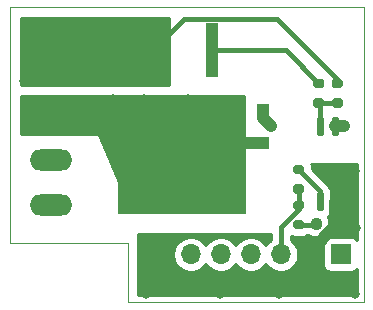
<source format=gbr>
%TF.GenerationSoftware,KiCad,Pcbnew,(5.1.8-0-10_14)*%
%TF.CreationDate,2020-11-29T00:29:28+01:00*%
%TF.ProjectId,FET_Driver,4645545f-4472-4697-9665-722e6b696361,rev?*%
%TF.SameCoordinates,Original*%
%TF.FileFunction,Copper,L1,Top*%
%TF.FilePolarity,Positive*%
%FSLAX46Y46*%
G04 Gerber Fmt 4.6, Leading zero omitted, Abs format (unit mm)*
G04 Created by KiCad (PCBNEW (5.1.8-0-10_14)) date 2020-11-29 00:29:28*
%MOMM*%
%LPD*%
G01*
G04 APERTURE LIST*
%TA.AperFunction,Profile*%
%ADD10C,0.050000*%
%TD*%
%TA.AperFunction,ComponentPad*%
%ADD11O,3.600000X1.800000*%
%TD*%
%TA.AperFunction,SMDPad,CuDef*%
%ADD12R,10.800000X9.400000*%
%TD*%
%TA.AperFunction,SMDPad,CuDef*%
%ADD13R,1.100000X4.600000*%
%TD*%
%TA.AperFunction,ComponentPad*%
%ADD14O,1.700000X1.700000*%
%TD*%
%TA.AperFunction,ComponentPad*%
%ADD15R,1.700000X1.700000*%
%TD*%
%TA.AperFunction,SMDPad,CuDef*%
%ADD16R,1.100000X1.100000*%
%TD*%
%TA.AperFunction,ViaPad*%
%ADD17C,0.800000*%
%TD*%
%TA.AperFunction,Conductor*%
%ADD18C,1.000000*%
%TD*%
%TA.AperFunction,Conductor*%
%ADD19C,0.600000*%
%TD*%
%TA.AperFunction,Conductor*%
%ADD20C,0.400000*%
%TD*%
%TA.AperFunction,Conductor*%
%ADD21C,0.254000*%
%TD*%
%TA.AperFunction,Conductor*%
%ADD22C,0.100000*%
%TD*%
G04 APERTURE END LIST*
D10*
X120000000Y-88000000D02*
X110000000Y-88000000D01*
X120000000Y-93000000D02*
X120000000Y-88000000D01*
X110000000Y-68000000D02*
X110000000Y-88000000D01*
X140000000Y-68000000D02*
X110000000Y-68000000D01*
X140000000Y-93000000D02*
X140000000Y-68000000D01*
X120000000Y-93000000D02*
X140000000Y-93000000D01*
D11*
%TO.P,J102,4*%
%TO.N,/ISO_GND*%
X113500000Y-84720000D03*
%TO.P,J102,3*%
X113500000Y-80910000D03*
%TO.P,J102,2*%
%TO.N,/ISO_OUT*%
X113500000Y-77100000D03*
%TO.P,J102,1*%
%TO.N,/ISO_VIN*%
%TA.AperFunction,ComponentPad*%
G36*
G01*
X111950000Y-72390000D02*
X115050000Y-72390000D01*
G75*
G02*
X115300000Y-72640000I0J-250000D01*
G01*
X115300000Y-73940000D01*
G75*
G02*
X115050000Y-74190000I-250000J0D01*
G01*
X111950000Y-74190000D01*
G75*
G02*
X111700000Y-73940000I0J250000D01*
G01*
X111700000Y-72640000D01*
G75*
G02*
X111950000Y-72390000I250000J0D01*
G01*
G37*
%TD.AperFunction*%
%TD*%
D12*
%TO.P,Q101,2*%
%TO.N,/ISO_OUT*%
X124550000Y-80825000D03*
D13*
%TO.P,Q101,3*%
%TO.N,/ISO_VIN*%
X122010000Y-71675000D03*
%TO.P,Q101,1*%
%TO.N,Net-(Q101-Pad1)*%
X127090000Y-71675000D03*
%TD*%
%TO.P,R103,2*%
%TO.N,Net-(D102-Pad2)*%
%TA.AperFunction,SMDPad,CuDef*%
G36*
G01*
X134165000Y-86035000D02*
X134715000Y-86035000D01*
G75*
G02*
X134915000Y-86235000I0J-200000D01*
G01*
X134915000Y-86635000D01*
G75*
G02*
X134715000Y-86835000I-200000J0D01*
G01*
X134165000Y-86835000D01*
G75*
G02*
X133965000Y-86635000I0J200000D01*
G01*
X133965000Y-86235000D01*
G75*
G02*
X134165000Y-86035000I200000J0D01*
G01*
G37*
%TD.AperFunction*%
%TO.P,R103,1*%
%TO.N,/GPIO*%
%TA.AperFunction,SMDPad,CuDef*%
G36*
G01*
X134165000Y-84385000D02*
X134715000Y-84385000D01*
G75*
G02*
X134915000Y-84585000I0J-200000D01*
G01*
X134915000Y-84985000D01*
G75*
G02*
X134715000Y-85185000I-200000J0D01*
G01*
X134165000Y-85185000D01*
G75*
G02*
X133965000Y-84985000I0J200000D01*
G01*
X133965000Y-84585000D01*
G75*
G02*
X134165000Y-84385000I200000J0D01*
G01*
G37*
%TD.AperFunction*%
%TD*%
D14*
%TO.P,J101,7*%
%TO.N,GND*%
X122760000Y-88950000D03*
%TO.P,J101,6*%
%TO.N,N/C*%
X125300000Y-88950000D03*
%TO.P,J101,5*%
X127840000Y-88950000D03*
%TO.P,J101,4*%
X130380000Y-88950000D03*
%TO.P,J101,3*%
%TO.N,/GPIO*%
X132920000Y-88950000D03*
%TO.P,J101,2*%
%TO.N,GND*%
X135460000Y-88950000D03*
D15*
%TO.P,J101,1*%
%TO.N,N/C*%
X138000000Y-88950000D03*
%TD*%
%TO.P,D102,2*%
%TO.N,Net-(D102-Pad2)*%
%TA.AperFunction,SMDPad,CuDef*%
G36*
G01*
X136380000Y-86113750D02*
X136380000Y-86626250D01*
G75*
G02*
X136161250Y-86845000I-218750J0D01*
G01*
X135723750Y-86845000D01*
G75*
G02*
X135505000Y-86626250I0J218750D01*
G01*
X135505000Y-86113750D01*
G75*
G02*
X135723750Y-85895000I218750J0D01*
G01*
X136161250Y-85895000D01*
G75*
G02*
X136380000Y-86113750I0J-218750D01*
G01*
G37*
%TD.AperFunction*%
%TO.P,D102,1*%
%TO.N,GND*%
%TA.AperFunction,SMDPad,CuDef*%
G36*
G01*
X137955000Y-86113750D02*
X137955000Y-86626250D01*
G75*
G02*
X137736250Y-86845000I-218750J0D01*
G01*
X137298750Y-86845000D01*
G75*
G02*
X137080000Y-86626250I0J218750D01*
G01*
X137080000Y-86113750D01*
G75*
G02*
X137298750Y-85895000I218750J0D01*
G01*
X137736250Y-85895000D01*
G75*
G02*
X137955000Y-86113750I0J-218750D01*
G01*
G37*
%TD.AperFunction*%
%TD*%
%TO.P,U101,4*%
%TO.N,Net-(R101-Pad2)*%
%TA.AperFunction,SMDPad,CuDef*%
G36*
G01*
X136415000Y-78915000D02*
X136115000Y-78915000D01*
G75*
G02*
X135965000Y-78765000I0J150000D01*
G01*
X135965000Y-77440000D01*
G75*
G02*
X136115000Y-77290000I150000J0D01*
G01*
X136415000Y-77290000D01*
G75*
G02*
X136565000Y-77440000I0J-150000D01*
G01*
X136565000Y-78765000D01*
G75*
G02*
X136415000Y-78915000I-150000J0D01*
G01*
G37*
%TD.AperFunction*%
%TO.P,U101,3*%
%TO.N,/ISO_GND*%
%TA.AperFunction,SMDPad,CuDef*%
G36*
G01*
X137685000Y-78915000D02*
X137385000Y-78915000D01*
G75*
G02*
X137235000Y-78765000I0J150000D01*
G01*
X137235000Y-77440000D01*
G75*
G02*
X137385000Y-77290000I150000J0D01*
G01*
X137685000Y-77290000D01*
G75*
G02*
X137835000Y-77440000I0J-150000D01*
G01*
X137835000Y-78765000D01*
G75*
G02*
X137685000Y-78915000I-150000J0D01*
G01*
G37*
%TD.AperFunction*%
%TO.P,U101,2*%
%TO.N,GND*%
%TA.AperFunction,SMDPad,CuDef*%
G36*
G01*
X137685000Y-85290000D02*
X137385000Y-85290000D01*
G75*
G02*
X137235000Y-85140000I0J150000D01*
G01*
X137235000Y-83815000D01*
G75*
G02*
X137385000Y-83665000I150000J0D01*
G01*
X137685000Y-83665000D01*
G75*
G02*
X137835000Y-83815000I0J-150000D01*
G01*
X137835000Y-85140000D01*
G75*
G02*
X137685000Y-85290000I-150000J0D01*
G01*
G37*
%TD.AperFunction*%
%TO.P,U101,1*%
%TO.N,Net-(R901-Pad1)*%
%TA.AperFunction,SMDPad,CuDef*%
G36*
G01*
X136415000Y-85290000D02*
X136115000Y-85290000D01*
G75*
G02*
X135965000Y-85140000I0J150000D01*
G01*
X135965000Y-83815000D01*
G75*
G02*
X136115000Y-83665000I150000J0D01*
G01*
X136415000Y-83665000D01*
G75*
G02*
X136565000Y-83815000I0J-150000D01*
G01*
X136565000Y-85140000D01*
G75*
G02*
X136415000Y-85290000I-150000J0D01*
G01*
G37*
%TD.AperFunction*%
%TD*%
%TO.P,R901,2*%
%TO.N,/GPIO*%
%TA.AperFunction,SMDPad,CuDef*%
G36*
G01*
X134165000Y-83025000D02*
X134715000Y-83025000D01*
G75*
G02*
X134915000Y-83225000I0J-200000D01*
G01*
X134915000Y-83625000D01*
G75*
G02*
X134715000Y-83825000I-200000J0D01*
G01*
X134165000Y-83825000D01*
G75*
G02*
X133965000Y-83625000I0J200000D01*
G01*
X133965000Y-83225000D01*
G75*
G02*
X134165000Y-83025000I200000J0D01*
G01*
G37*
%TD.AperFunction*%
%TO.P,R901,1*%
%TO.N,Net-(R901-Pad1)*%
%TA.AperFunction,SMDPad,CuDef*%
G36*
G01*
X134165000Y-81375000D02*
X134715000Y-81375000D01*
G75*
G02*
X134915000Y-81575000I0J-200000D01*
G01*
X134915000Y-81975000D01*
G75*
G02*
X134715000Y-82175000I-200000J0D01*
G01*
X134165000Y-82175000D01*
G75*
G02*
X133965000Y-81975000I0J200000D01*
G01*
X133965000Y-81575000D01*
G75*
G02*
X134165000Y-81375000I200000J0D01*
G01*
G37*
%TD.AperFunction*%
%TD*%
%TO.P,R101,2*%
%TO.N,Net-(R101-Pad2)*%
%TA.AperFunction,SMDPad,CuDef*%
G36*
G01*
X137425000Y-75725000D02*
X137975000Y-75725000D01*
G75*
G02*
X138175000Y-75925000I0J-200000D01*
G01*
X138175000Y-76325000D01*
G75*
G02*
X137975000Y-76525000I-200000J0D01*
G01*
X137425000Y-76525000D01*
G75*
G02*
X137225000Y-76325000I0J200000D01*
G01*
X137225000Y-75925000D01*
G75*
G02*
X137425000Y-75725000I200000J0D01*
G01*
G37*
%TD.AperFunction*%
%TO.P,R101,1*%
%TO.N,/ISO_VIN*%
%TA.AperFunction,SMDPad,CuDef*%
G36*
G01*
X137425000Y-74075000D02*
X137975000Y-74075000D01*
G75*
G02*
X138175000Y-74275000I0J-200000D01*
G01*
X138175000Y-74675000D01*
G75*
G02*
X137975000Y-74875000I-200000J0D01*
G01*
X137425000Y-74875000D01*
G75*
G02*
X137225000Y-74675000I0J200000D01*
G01*
X137225000Y-74275000D01*
G75*
G02*
X137425000Y-74075000I200000J0D01*
G01*
G37*
%TD.AperFunction*%
%TD*%
%TO.P,R102,2*%
%TO.N,Net-(R101-Pad2)*%
%TA.AperFunction,SMDPad,CuDef*%
G36*
G01*
X135855000Y-75725000D02*
X136405000Y-75725000D01*
G75*
G02*
X136605000Y-75925000I0J-200000D01*
G01*
X136605000Y-76325000D01*
G75*
G02*
X136405000Y-76525000I-200000J0D01*
G01*
X135855000Y-76525000D01*
G75*
G02*
X135655000Y-76325000I0J200000D01*
G01*
X135655000Y-75925000D01*
G75*
G02*
X135855000Y-75725000I200000J0D01*
G01*
G37*
%TD.AperFunction*%
%TO.P,R102,1*%
%TO.N,Net-(Q101-Pad1)*%
%TA.AperFunction,SMDPad,CuDef*%
G36*
G01*
X135855000Y-74075000D02*
X136405000Y-74075000D01*
G75*
G02*
X136605000Y-74275000I0J-200000D01*
G01*
X136605000Y-74675000D01*
G75*
G02*
X136405000Y-74875000I-200000J0D01*
G01*
X135855000Y-74875000D01*
G75*
G02*
X135655000Y-74675000I0J200000D01*
G01*
X135655000Y-74275000D01*
G75*
G02*
X135855000Y-74075000I200000J0D01*
G01*
G37*
%TD.AperFunction*%
%TD*%
D16*
%TO.P,D101,2*%
%TO.N,/ISO_GND*%
X131400000Y-76700000D03*
%TO.P,D101,1*%
%TO.N,/ISO_OUT*%
X131400000Y-79500000D03*
%TD*%
D17*
%TO.N,GND*%
X139200000Y-81900000D03*
X136000000Y-81700000D03*
X139300000Y-86700000D03*
X139200000Y-92300000D03*
X121500000Y-92300000D03*
X121400000Y-87700000D03*
X127800000Y-92300000D03*
X132800000Y-92300000D03*
%TO.N,/ISO_GND*%
X138300000Y-78100000D03*
X132100000Y-78100000D03*
%TO.N,/ISO_OUT*%
X124600000Y-78400000D03*
X121600000Y-78300000D03*
X126200000Y-81300000D03*
X126300000Y-79300000D03*
X122900000Y-79300000D03*
X120300000Y-79300000D03*
X120400000Y-77500000D03*
X123000000Y-77500000D03*
X126300000Y-77600000D03*
X127900000Y-78800000D03*
X127800000Y-82100000D03*
X111300000Y-76100000D03*
X111300000Y-78400000D03*
X116500000Y-76000000D03*
X116400000Y-78400000D03*
X127800000Y-75900000D03*
X125100000Y-75800000D03*
X121300000Y-75800000D03*
X118700000Y-75800000D03*
%TO.N,/ISO_VIN*%
X121200000Y-73600000D03*
X121200000Y-71800000D03*
X121300000Y-69700000D03*
X119900000Y-70600000D03*
X119900000Y-72600000D03*
X112000000Y-71500000D03*
X113700000Y-71600000D03*
X115300000Y-71600000D03*
X111200000Y-74300000D03*
X116400000Y-73300000D03*
X122900000Y-69700000D03*
X122900000Y-73600000D03*
X122900000Y-71700000D03*
%TD*%
D18*
%TO.N,GND*%
X137517500Y-86569326D02*
X137517500Y-86370000D01*
X135460000Y-88626826D02*
X137517500Y-86569326D01*
X135460000Y-88950000D02*
X135460000Y-88626826D01*
X137517500Y-84495000D02*
X137535000Y-84477500D01*
X137517500Y-86370000D02*
X137517500Y-84495000D01*
%TO.N,/ISO_GND*%
X138297500Y-78102500D02*
X138300000Y-78100000D01*
X137535000Y-78102500D02*
X138297500Y-78102500D01*
X131400000Y-77400000D02*
X132100000Y-78100000D01*
X131400000Y-76700000D02*
X131400000Y-77400000D01*
%TO.N,/ISO_OUT*%
X126500000Y-79500000D02*
X126300000Y-79300000D01*
X131400000Y-79500000D02*
X126500000Y-79500000D01*
D19*
%TO.N,/GPIO*%
X132920000Y-88950000D02*
X133365000Y-88950000D01*
D20*
X134440000Y-85111456D02*
X134440000Y-84785000D01*
X132920000Y-86631456D02*
X134440000Y-85111456D01*
X132920000Y-88950000D02*
X132920000Y-86631456D01*
X134440000Y-84785000D02*
X134440000Y-83425000D01*
%TO.N,Net-(Q101-Pad1)*%
X133330000Y-71675000D02*
X136130000Y-74475000D01*
X127090000Y-71675000D02*
X133330000Y-71675000D01*
%TO.N,Net-(R101-Pad2)*%
X136265000Y-76260000D02*
X136130000Y-76125000D01*
X136265000Y-78102500D02*
X136265000Y-76260000D01*
X136130000Y-76125000D02*
X137700000Y-76125000D01*
%TO.N,Net-(R901-Pad1)*%
X136265000Y-83600000D02*
X136265000Y-84477500D01*
X134440000Y-81775000D02*
X136265000Y-83600000D01*
%TO.N,/ISO_VIN*%
X124710001Y-68974999D02*
X122010000Y-71675000D01*
X132599999Y-68974999D02*
X124710001Y-68974999D01*
X137700000Y-74075000D02*
X132599999Y-68974999D01*
X137700000Y-74475000D02*
X137700000Y-74075000D01*
%TO.N,Net-(D102-Pad2)*%
X135877500Y-86435000D02*
X135942500Y-86370000D01*
X134440000Y-86435000D02*
X135877500Y-86435000D01*
%TD*%
D21*
%TO.N,/ISO_OUT*%
X129773000Y-82773000D02*
X119184019Y-82773000D01*
X117516882Y-78850325D01*
X117504945Y-78828477D01*
X117488975Y-78809378D01*
X117469586Y-78793761D01*
X117447523Y-78782226D01*
X117423633Y-78775218D01*
X117400000Y-78773000D01*
X110927000Y-78773000D01*
X110927000Y-75527000D01*
X129773000Y-75527000D01*
X129773000Y-82773000D01*
%TA.AperFunction,Conductor*%
D22*
G36*
X129773000Y-82773000D02*
G01*
X119184019Y-82773000D01*
X117516882Y-78850325D01*
X117504945Y-78828477D01*
X117488975Y-78809378D01*
X117469586Y-78793761D01*
X117447523Y-78782226D01*
X117423633Y-78775218D01*
X117400000Y-78773000D01*
X110927000Y-78773000D01*
X110927000Y-75527000D01*
X129773000Y-75527000D01*
X129773000Y-82773000D01*
G37*
%TD.AperFunction*%
%TD*%
D21*
%TO.N,/ISO_VIN*%
X123473000Y-74573000D02*
X110927000Y-74573000D01*
X110927000Y-68927000D01*
X123473000Y-68927000D01*
X123473000Y-74573000D01*
%TA.AperFunction,Conductor*%
D22*
G36*
X123473000Y-74573000D02*
G01*
X110927000Y-74573000D01*
X110927000Y-68927000D01*
X123473000Y-68927000D01*
X123473000Y-74573000D01*
G37*
%TD.AperFunction*%
%TD*%
D21*
%TO.N,GND*%
X139340000Y-87696112D02*
X139301185Y-87648815D01*
X139204494Y-87569463D01*
X139094180Y-87510498D01*
X138974482Y-87474188D01*
X138850000Y-87461928D01*
X137150000Y-87461928D01*
X137025518Y-87474188D01*
X136905820Y-87510498D01*
X136795506Y-87569463D01*
X136698815Y-87648815D01*
X136619463Y-87745506D01*
X136560498Y-87855820D01*
X136524188Y-87975518D01*
X136511928Y-88100000D01*
X136511928Y-89800000D01*
X136524188Y-89924482D01*
X136560498Y-90044180D01*
X136619463Y-90154494D01*
X136698815Y-90251185D01*
X136795506Y-90330537D01*
X136905820Y-90389502D01*
X137025518Y-90425812D01*
X137150000Y-90438072D01*
X138850000Y-90438072D01*
X138974482Y-90425812D01*
X139094180Y-90389502D01*
X139204494Y-90330537D01*
X139301185Y-90251185D01*
X139340000Y-90203888D01*
X139340000Y-92340000D01*
X120827000Y-92340000D01*
X120827000Y-87227000D01*
X132085001Y-87227000D01*
X132085001Y-87721935D01*
X131973368Y-87796525D01*
X131766525Y-88003368D01*
X131650000Y-88177760D01*
X131533475Y-88003368D01*
X131326632Y-87796525D01*
X131083411Y-87634010D01*
X130813158Y-87522068D01*
X130526260Y-87465000D01*
X130233740Y-87465000D01*
X129946842Y-87522068D01*
X129676589Y-87634010D01*
X129433368Y-87796525D01*
X129226525Y-88003368D01*
X129110000Y-88177760D01*
X128993475Y-88003368D01*
X128786632Y-87796525D01*
X128543411Y-87634010D01*
X128273158Y-87522068D01*
X127986260Y-87465000D01*
X127693740Y-87465000D01*
X127406842Y-87522068D01*
X127136589Y-87634010D01*
X126893368Y-87796525D01*
X126686525Y-88003368D01*
X126570000Y-88177760D01*
X126453475Y-88003368D01*
X126246632Y-87796525D01*
X126003411Y-87634010D01*
X125733158Y-87522068D01*
X125446260Y-87465000D01*
X125153740Y-87465000D01*
X124866842Y-87522068D01*
X124596589Y-87634010D01*
X124353368Y-87796525D01*
X124146525Y-88003368D01*
X123984010Y-88246589D01*
X123872068Y-88516842D01*
X123815000Y-88803740D01*
X123815000Y-89096260D01*
X123872068Y-89383158D01*
X123984010Y-89653411D01*
X124146525Y-89896632D01*
X124353368Y-90103475D01*
X124596589Y-90265990D01*
X124866842Y-90377932D01*
X125153740Y-90435000D01*
X125446260Y-90435000D01*
X125733158Y-90377932D01*
X126003411Y-90265990D01*
X126246632Y-90103475D01*
X126453475Y-89896632D01*
X126570000Y-89722240D01*
X126686525Y-89896632D01*
X126893368Y-90103475D01*
X127136589Y-90265990D01*
X127406842Y-90377932D01*
X127693740Y-90435000D01*
X127986260Y-90435000D01*
X128273158Y-90377932D01*
X128543411Y-90265990D01*
X128786632Y-90103475D01*
X128993475Y-89896632D01*
X129110000Y-89722240D01*
X129226525Y-89896632D01*
X129433368Y-90103475D01*
X129676589Y-90265990D01*
X129946842Y-90377932D01*
X130233740Y-90435000D01*
X130526260Y-90435000D01*
X130813158Y-90377932D01*
X131083411Y-90265990D01*
X131326632Y-90103475D01*
X131533475Y-89896632D01*
X131650000Y-89722240D01*
X131766525Y-89896632D01*
X131973368Y-90103475D01*
X132216589Y-90265990D01*
X132486842Y-90377932D01*
X132773740Y-90435000D01*
X133066260Y-90435000D01*
X133353158Y-90377932D01*
X133623411Y-90265990D01*
X133866632Y-90103475D01*
X134073475Y-89896632D01*
X134235990Y-89653411D01*
X134347932Y-89383158D01*
X134405000Y-89096260D01*
X134405000Y-88803740D01*
X134347932Y-88516842D01*
X134235990Y-88246589D01*
X134073475Y-88003368D01*
X133866632Y-87796525D01*
X133755000Y-87721935D01*
X133755000Y-87361554D01*
X133844284Y-87409278D01*
X134001500Y-87456969D01*
X134165000Y-87473072D01*
X134715000Y-87473072D01*
X134878500Y-87456969D01*
X135035716Y-87409278D01*
X135180608Y-87331831D01*
X135209999Y-87307710D01*
X135247725Y-87338671D01*
X135395858Y-87417850D01*
X135556592Y-87466608D01*
X135723750Y-87483072D01*
X136161250Y-87483072D01*
X136328408Y-87466608D01*
X136489142Y-87417850D01*
X136637275Y-87338671D01*
X136767115Y-87232115D01*
X136873671Y-87102275D01*
X136952850Y-86954142D01*
X137001608Y-86793408D01*
X137018072Y-86626250D01*
X137018072Y-86113750D01*
X137001608Y-85946592D01*
X136952850Y-85785858D01*
X136925845Y-85735335D01*
X136972251Y-85697251D01*
X137070258Y-85577829D01*
X137143084Y-85441582D01*
X137187929Y-85293745D01*
X137203072Y-85140000D01*
X137203072Y-83815000D01*
X137187929Y-83661255D01*
X137143084Y-83513418D01*
X137070258Y-83377171D01*
X137069814Y-83376630D01*
X137040172Y-83278913D01*
X136962636Y-83133854D01*
X136884439Y-83038570D01*
X136884437Y-83038568D01*
X136858291Y-83006709D01*
X136826433Y-82980564D01*
X135553072Y-81707204D01*
X135553072Y-81575000D01*
X135536969Y-81411500D01*
X135511336Y-81327000D01*
X139340000Y-81327000D01*
X139340000Y-87696112D01*
%TA.AperFunction,Conductor*%
D22*
G36*
X139340000Y-87696112D02*
G01*
X139301185Y-87648815D01*
X139204494Y-87569463D01*
X139094180Y-87510498D01*
X138974482Y-87474188D01*
X138850000Y-87461928D01*
X137150000Y-87461928D01*
X137025518Y-87474188D01*
X136905820Y-87510498D01*
X136795506Y-87569463D01*
X136698815Y-87648815D01*
X136619463Y-87745506D01*
X136560498Y-87855820D01*
X136524188Y-87975518D01*
X136511928Y-88100000D01*
X136511928Y-89800000D01*
X136524188Y-89924482D01*
X136560498Y-90044180D01*
X136619463Y-90154494D01*
X136698815Y-90251185D01*
X136795506Y-90330537D01*
X136905820Y-90389502D01*
X137025518Y-90425812D01*
X137150000Y-90438072D01*
X138850000Y-90438072D01*
X138974482Y-90425812D01*
X139094180Y-90389502D01*
X139204494Y-90330537D01*
X139301185Y-90251185D01*
X139340000Y-90203888D01*
X139340000Y-92340000D01*
X120827000Y-92340000D01*
X120827000Y-87227000D01*
X132085001Y-87227000D01*
X132085001Y-87721935D01*
X131973368Y-87796525D01*
X131766525Y-88003368D01*
X131650000Y-88177760D01*
X131533475Y-88003368D01*
X131326632Y-87796525D01*
X131083411Y-87634010D01*
X130813158Y-87522068D01*
X130526260Y-87465000D01*
X130233740Y-87465000D01*
X129946842Y-87522068D01*
X129676589Y-87634010D01*
X129433368Y-87796525D01*
X129226525Y-88003368D01*
X129110000Y-88177760D01*
X128993475Y-88003368D01*
X128786632Y-87796525D01*
X128543411Y-87634010D01*
X128273158Y-87522068D01*
X127986260Y-87465000D01*
X127693740Y-87465000D01*
X127406842Y-87522068D01*
X127136589Y-87634010D01*
X126893368Y-87796525D01*
X126686525Y-88003368D01*
X126570000Y-88177760D01*
X126453475Y-88003368D01*
X126246632Y-87796525D01*
X126003411Y-87634010D01*
X125733158Y-87522068D01*
X125446260Y-87465000D01*
X125153740Y-87465000D01*
X124866842Y-87522068D01*
X124596589Y-87634010D01*
X124353368Y-87796525D01*
X124146525Y-88003368D01*
X123984010Y-88246589D01*
X123872068Y-88516842D01*
X123815000Y-88803740D01*
X123815000Y-89096260D01*
X123872068Y-89383158D01*
X123984010Y-89653411D01*
X124146525Y-89896632D01*
X124353368Y-90103475D01*
X124596589Y-90265990D01*
X124866842Y-90377932D01*
X125153740Y-90435000D01*
X125446260Y-90435000D01*
X125733158Y-90377932D01*
X126003411Y-90265990D01*
X126246632Y-90103475D01*
X126453475Y-89896632D01*
X126570000Y-89722240D01*
X126686525Y-89896632D01*
X126893368Y-90103475D01*
X127136589Y-90265990D01*
X127406842Y-90377932D01*
X127693740Y-90435000D01*
X127986260Y-90435000D01*
X128273158Y-90377932D01*
X128543411Y-90265990D01*
X128786632Y-90103475D01*
X128993475Y-89896632D01*
X129110000Y-89722240D01*
X129226525Y-89896632D01*
X129433368Y-90103475D01*
X129676589Y-90265990D01*
X129946842Y-90377932D01*
X130233740Y-90435000D01*
X130526260Y-90435000D01*
X130813158Y-90377932D01*
X131083411Y-90265990D01*
X131326632Y-90103475D01*
X131533475Y-89896632D01*
X131650000Y-89722240D01*
X131766525Y-89896632D01*
X131973368Y-90103475D01*
X132216589Y-90265990D01*
X132486842Y-90377932D01*
X132773740Y-90435000D01*
X133066260Y-90435000D01*
X133353158Y-90377932D01*
X133623411Y-90265990D01*
X133866632Y-90103475D01*
X134073475Y-89896632D01*
X134235990Y-89653411D01*
X134347932Y-89383158D01*
X134405000Y-89096260D01*
X134405000Y-88803740D01*
X134347932Y-88516842D01*
X134235990Y-88246589D01*
X134073475Y-88003368D01*
X133866632Y-87796525D01*
X133755000Y-87721935D01*
X133755000Y-87361554D01*
X133844284Y-87409278D01*
X134001500Y-87456969D01*
X134165000Y-87473072D01*
X134715000Y-87473072D01*
X134878500Y-87456969D01*
X135035716Y-87409278D01*
X135180608Y-87331831D01*
X135209999Y-87307710D01*
X135247725Y-87338671D01*
X135395858Y-87417850D01*
X135556592Y-87466608D01*
X135723750Y-87483072D01*
X136161250Y-87483072D01*
X136328408Y-87466608D01*
X136489142Y-87417850D01*
X136637275Y-87338671D01*
X136767115Y-87232115D01*
X136873671Y-87102275D01*
X136952850Y-86954142D01*
X137001608Y-86793408D01*
X137018072Y-86626250D01*
X137018072Y-86113750D01*
X137001608Y-85946592D01*
X136952850Y-85785858D01*
X136925845Y-85735335D01*
X136972251Y-85697251D01*
X137070258Y-85577829D01*
X137143084Y-85441582D01*
X137187929Y-85293745D01*
X137203072Y-85140000D01*
X137203072Y-83815000D01*
X137187929Y-83661255D01*
X137143084Y-83513418D01*
X137070258Y-83377171D01*
X137069814Y-83376630D01*
X137040172Y-83278913D01*
X136962636Y-83133854D01*
X136884439Y-83038570D01*
X136884437Y-83038568D01*
X136858291Y-83006709D01*
X136826433Y-82980564D01*
X135553072Y-81707204D01*
X135553072Y-81575000D01*
X135536969Y-81411500D01*
X135511336Y-81327000D01*
X139340000Y-81327000D01*
X139340000Y-87696112D01*
G37*
%TD.AperFunction*%
%TD*%
M02*

</source>
